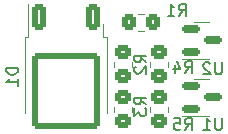
<source format=gbr>
%TF.GenerationSoftware,KiCad,Pcbnew,7.0.2*%
%TF.CreationDate,2023-09-29T19:18:40+02:00*%
%TF.ProjectId,crowbar,63726f77-6261-4722-9e6b-696361645f70,rev?*%
%TF.SameCoordinates,Original*%
%TF.FileFunction,Legend,Bot*%
%TF.FilePolarity,Positive*%
%FSLAX46Y46*%
G04 Gerber Fmt 4.6, Leading zero omitted, Abs format (unit mm)*
G04 Created by KiCad (PCBNEW 7.0.2) date 2023-09-29 19:18:40*
%MOMM*%
%LPD*%
G01*
G04 APERTURE LIST*
G04 Aperture macros list*
%AMRoundRect*
0 Rectangle with rounded corners*
0 $1 Rounding radius*
0 $2 $3 $4 $5 $6 $7 $8 $9 X,Y pos of 4 corners*
0 Add a 4 corners polygon primitive as box body*
4,1,4,$2,$3,$4,$5,$6,$7,$8,$9,$2,$3,0*
0 Add four circle primitives for the rounded corners*
1,1,$1+$1,$2,$3*
1,1,$1+$1,$4,$5*
1,1,$1+$1,$6,$7*
1,1,$1+$1,$8,$9*
0 Add four rect primitives between the rounded corners*
20,1,$1+$1,$2,$3,$4,$5,0*
20,1,$1+$1,$4,$5,$6,$7,0*
20,1,$1+$1,$6,$7,$8,$9,0*
20,1,$1+$1,$8,$9,$2,$3,0*%
G04 Aperture macros list end*
%ADD10C,0.150000*%
%ADD11C,0.120000*%
%ADD12RoundRect,0.150000X-0.587500X-0.150000X0.587500X-0.150000X0.587500X0.150000X-0.587500X0.150000X0*%
%ADD13RoundRect,0.250000X-0.450000X0.350000X-0.450000X-0.350000X0.450000X-0.350000X0.450000X0.350000X0*%
%ADD14RoundRect,0.250000X0.350000X0.450000X-0.350000X0.450000X-0.350000X-0.450000X0.350000X-0.450000X0*%
%ADD15R,1.700000X1.700000*%
%ADD16O,1.700000X1.700000*%
%ADD17RoundRect,0.250000X-0.350000X0.850000X-0.350000X-0.850000X0.350000X-0.850000X0.350000X0.850000X0*%
%ADD18RoundRect,0.249997X-2.650003X2.950003X-2.650003X-2.950003X2.650003X-2.950003X2.650003X2.950003X0*%
G04 APERTURE END LIST*
D10*
%TO.C,U2*%
X113283904Y-71966619D02*
X113283904Y-72776142D01*
X113283904Y-72776142D02*
X113236285Y-72871380D01*
X113236285Y-72871380D02*
X113188666Y-72919000D01*
X113188666Y-72919000D02*
X113093428Y-72966619D01*
X113093428Y-72966619D02*
X112902952Y-72966619D01*
X112902952Y-72966619D02*
X112807714Y-72919000D01*
X112807714Y-72919000D02*
X112760095Y-72871380D01*
X112760095Y-72871380D02*
X112712476Y-72776142D01*
X112712476Y-72776142D02*
X112712476Y-71966619D01*
X112283904Y-72061857D02*
X112236285Y-72014238D01*
X112236285Y-72014238D02*
X112141047Y-71966619D01*
X112141047Y-71966619D02*
X111902952Y-71966619D01*
X111902952Y-71966619D02*
X111807714Y-72014238D01*
X111807714Y-72014238D02*
X111760095Y-72061857D01*
X111760095Y-72061857D02*
X111712476Y-72157095D01*
X111712476Y-72157095D02*
X111712476Y-72252333D01*
X111712476Y-72252333D02*
X111760095Y-72395190D01*
X111760095Y-72395190D02*
X112331523Y-72966619D01*
X112331523Y-72966619D02*
X111712476Y-72966619D01*
%TO.C,U1*%
X113283904Y-76678619D02*
X113283904Y-77488142D01*
X113283904Y-77488142D02*
X113236285Y-77583380D01*
X113236285Y-77583380D02*
X113188666Y-77631000D01*
X113188666Y-77631000D02*
X113093428Y-77678619D01*
X113093428Y-77678619D02*
X112902952Y-77678619D01*
X112902952Y-77678619D02*
X112807714Y-77631000D01*
X112807714Y-77631000D02*
X112760095Y-77583380D01*
X112760095Y-77583380D02*
X112712476Y-77488142D01*
X112712476Y-77488142D02*
X112712476Y-76678619D01*
X111712476Y-77678619D02*
X112283904Y-77678619D01*
X111998190Y-77678619D02*
X111998190Y-76678619D01*
X111998190Y-76678619D02*
X112093428Y-76821476D01*
X112093428Y-76821476D02*
X112188666Y-76916714D01*
X112188666Y-76916714D02*
X112283904Y-76964333D01*
%TO.C,R5*%
X110148666Y-77678619D02*
X110481999Y-77202428D01*
X110720094Y-77678619D02*
X110720094Y-76678619D01*
X110720094Y-76678619D02*
X110339142Y-76678619D01*
X110339142Y-76678619D02*
X110243904Y-76726238D01*
X110243904Y-76726238D02*
X110196285Y-76773857D01*
X110196285Y-76773857D02*
X110148666Y-76869095D01*
X110148666Y-76869095D02*
X110148666Y-77011952D01*
X110148666Y-77011952D02*
X110196285Y-77107190D01*
X110196285Y-77107190D02*
X110243904Y-77154809D01*
X110243904Y-77154809D02*
X110339142Y-77202428D01*
X110339142Y-77202428D02*
X110720094Y-77202428D01*
X109243904Y-76678619D02*
X109720094Y-76678619D01*
X109720094Y-76678619D02*
X109767713Y-77154809D01*
X109767713Y-77154809D02*
X109720094Y-77107190D01*
X109720094Y-77107190D02*
X109624856Y-77059571D01*
X109624856Y-77059571D02*
X109386761Y-77059571D01*
X109386761Y-77059571D02*
X109291523Y-77107190D01*
X109291523Y-77107190D02*
X109243904Y-77154809D01*
X109243904Y-77154809D02*
X109196285Y-77250047D01*
X109196285Y-77250047D02*
X109196285Y-77488142D01*
X109196285Y-77488142D02*
X109243904Y-77583380D01*
X109243904Y-77583380D02*
X109291523Y-77631000D01*
X109291523Y-77631000D02*
X109386761Y-77678619D01*
X109386761Y-77678619D02*
X109624856Y-77678619D01*
X109624856Y-77678619D02*
X109720094Y-77631000D01*
X109720094Y-77631000D02*
X109767713Y-77583380D01*
%TO.C,R4*%
X110148666Y-72852619D02*
X110481999Y-72376428D01*
X110720094Y-72852619D02*
X110720094Y-71852619D01*
X110720094Y-71852619D02*
X110339142Y-71852619D01*
X110339142Y-71852619D02*
X110243904Y-71900238D01*
X110243904Y-71900238D02*
X110196285Y-71947857D01*
X110196285Y-71947857D02*
X110148666Y-72043095D01*
X110148666Y-72043095D02*
X110148666Y-72185952D01*
X110148666Y-72185952D02*
X110196285Y-72281190D01*
X110196285Y-72281190D02*
X110243904Y-72328809D01*
X110243904Y-72328809D02*
X110339142Y-72376428D01*
X110339142Y-72376428D02*
X110720094Y-72376428D01*
X109291523Y-72185952D02*
X109291523Y-72852619D01*
X109529618Y-71805000D02*
X109767713Y-72519285D01*
X109767713Y-72519285D02*
X109148666Y-72519285D01*
%TO.C,R3*%
X106888619Y-75525333D02*
X106412428Y-75192000D01*
X106888619Y-74953905D02*
X105888619Y-74953905D01*
X105888619Y-74953905D02*
X105888619Y-75334857D01*
X105888619Y-75334857D02*
X105936238Y-75430095D01*
X105936238Y-75430095D02*
X105983857Y-75477714D01*
X105983857Y-75477714D02*
X106079095Y-75525333D01*
X106079095Y-75525333D02*
X106221952Y-75525333D01*
X106221952Y-75525333D02*
X106317190Y-75477714D01*
X106317190Y-75477714D02*
X106364809Y-75430095D01*
X106364809Y-75430095D02*
X106412428Y-75334857D01*
X106412428Y-75334857D02*
X106412428Y-74953905D01*
X105888619Y-75858667D02*
X105888619Y-76477714D01*
X105888619Y-76477714D02*
X106269571Y-76144381D01*
X106269571Y-76144381D02*
X106269571Y-76287238D01*
X106269571Y-76287238D02*
X106317190Y-76382476D01*
X106317190Y-76382476D02*
X106364809Y-76430095D01*
X106364809Y-76430095D02*
X106460047Y-76477714D01*
X106460047Y-76477714D02*
X106698142Y-76477714D01*
X106698142Y-76477714D02*
X106793380Y-76430095D01*
X106793380Y-76430095D02*
X106841000Y-76382476D01*
X106841000Y-76382476D02*
X106888619Y-76287238D01*
X106888619Y-76287238D02*
X106888619Y-76001524D01*
X106888619Y-76001524D02*
X106841000Y-75906286D01*
X106841000Y-75906286D02*
X106793380Y-75858667D01*
%TO.C,R2*%
X106888619Y-71953333D02*
X106412428Y-71620000D01*
X106888619Y-71381905D02*
X105888619Y-71381905D01*
X105888619Y-71381905D02*
X105888619Y-71762857D01*
X105888619Y-71762857D02*
X105936238Y-71858095D01*
X105936238Y-71858095D02*
X105983857Y-71905714D01*
X105983857Y-71905714D02*
X106079095Y-71953333D01*
X106079095Y-71953333D02*
X106221952Y-71953333D01*
X106221952Y-71953333D02*
X106317190Y-71905714D01*
X106317190Y-71905714D02*
X106364809Y-71858095D01*
X106364809Y-71858095D02*
X106412428Y-71762857D01*
X106412428Y-71762857D02*
X106412428Y-71381905D01*
X105983857Y-72334286D02*
X105936238Y-72381905D01*
X105936238Y-72381905D02*
X105888619Y-72477143D01*
X105888619Y-72477143D02*
X105888619Y-72715238D01*
X105888619Y-72715238D02*
X105936238Y-72810476D01*
X105936238Y-72810476D02*
X105983857Y-72858095D01*
X105983857Y-72858095D02*
X106079095Y-72905714D01*
X106079095Y-72905714D02*
X106174333Y-72905714D01*
X106174333Y-72905714D02*
X106317190Y-72858095D01*
X106317190Y-72858095D02*
X106888619Y-72286667D01*
X106888619Y-72286667D02*
X106888619Y-72905714D01*
%TO.C,R1*%
X109640666Y-68026619D02*
X109973999Y-67550428D01*
X110212094Y-68026619D02*
X110212094Y-67026619D01*
X110212094Y-67026619D02*
X109831142Y-67026619D01*
X109831142Y-67026619D02*
X109735904Y-67074238D01*
X109735904Y-67074238D02*
X109688285Y-67121857D01*
X109688285Y-67121857D02*
X109640666Y-67217095D01*
X109640666Y-67217095D02*
X109640666Y-67359952D01*
X109640666Y-67359952D02*
X109688285Y-67455190D01*
X109688285Y-67455190D02*
X109735904Y-67502809D01*
X109735904Y-67502809D02*
X109831142Y-67550428D01*
X109831142Y-67550428D02*
X110212094Y-67550428D01*
X108688285Y-68026619D02*
X109259713Y-68026619D01*
X108973999Y-68026619D02*
X108973999Y-67026619D01*
X108973999Y-67026619D02*
X109069237Y-67169476D01*
X109069237Y-67169476D02*
X109164475Y-67264714D01*
X109164475Y-67264714D02*
X109259713Y-67312333D01*
%TO.C,D1*%
X96038619Y-72423905D02*
X95038619Y-72423905D01*
X95038619Y-72423905D02*
X95038619Y-72662000D01*
X95038619Y-72662000D02*
X95086238Y-72804857D01*
X95086238Y-72804857D02*
X95181476Y-72900095D01*
X95181476Y-72900095D02*
X95276714Y-72947714D01*
X95276714Y-72947714D02*
X95467190Y-72995333D01*
X95467190Y-72995333D02*
X95610047Y-72995333D01*
X95610047Y-72995333D02*
X95800523Y-72947714D01*
X95800523Y-72947714D02*
X95895761Y-72900095D01*
X95895761Y-72900095D02*
X95991000Y-72804857D01*
X95991000Y-72804857D02*
X96038619Y-72662000D01*
X96038619Y-72662000D02*
X96038619Y-72423905D01*
X96038619Y-73947714D02*
X96038619Y-73376286D01*
X96038619Y-73662000D02*
X95038619Y-73662000D01*
X95038619Y-73662000D02*
X95181476Y-73566762D01*
X95181476Y-73566762D02*
X95276714Y-73471524D01*
X95276714Y-73471524D02*
X95324333Y-73376286D01*
D11*
%TO.C,U2*%
X111584500Y-71664000D02*
X112234500Y-71664000D01*
X111584500Y-68544000D02*
X112234500Y-68544000D01*
X111584500Y-71664000D02*
X109909500Y-71664000D01*
X111584500Y-68544000D02*
X110934500Y-68544000D01*
%TO.C,U1*%
X111584500Y-76490000D02*
X112234500Y-76490000D01*
X111584500Y-73370000D02*
X112234500Y-73370000D01*
X111584500Y-76490000D02*
X109909500Y-76490000D01*
X111584500Y-73370000D02*
X110934500Y-73370000D01*
%TO.C,R5*%
X107215000Y-75702936D02*
X107215000Y-76157064D01*
X108685000Y-75702936D02*
X108685000Y-76157064D01*
%TO.C,R4*%
X107215000Y-71892936D02*
X107215000Y-72347064D01*
X108685000Y-71892936D02*
X108685000Y-72347064D01*
%TO.C,R3*%
X104167000Y-75702936D02*
X104167000Y-76157064D01*
X105637000Y-75702936D02*
X105637000Y-76157064D01*
%TO.C,R2*%
X104167000Y-71892936D02*
X104167000Y-72347064D01*
X105637000Y-71892936D02*
X105637000Y-72347064D01*
%TO.C,R1*%
X106669064Y-67845000D02*
X106214936Y-67845000D01*
X106669064Y-69315000D02*
X106214936Y-69315000D01*
%TO.C,D1*%
X96626000Y-76272000D02*
X96626000Y-69852000D01*
X96626000Y-69852000D02*
X96896000Y-69852000D01*
X96896000Y-69852000D02*
X96896000Y-67022000D01*
X103526000Y-76272000D02*
X103526000Y-69852000D01*
X103526000Y-69852000D02*
X103256000Y-69852000D01*
X103256000Y-69852000D02*
X103256000Y-68752000D01*
%TD*%
%LPC*%
D12*
%TO.C,U2*%
X110647000Y-71054000D03*
X110647000Y-69154000D03*
X112522000Y-70104000D03*
%TD*%
%TO.C,U1*%
X110647000Y-75880000D03*
X110647000Y-73980000D03*
X112522000Y-74930000D03*
%TD*%
D13*
%TO.C,R5*%
X107950000Y-74930000D03*
X107950000Y-76930000D03*
%TD*%
%TO.C,R4*%
X107950000Y-71120000D03*
X107950000Y-73120000D03*
%TD*%
%TO.C,R3*%
X104902000Y-74930000D03*
X104902000Y-76930000D03*
%TD*%
%TO.C,R2*%
X104902000Y-71120000D03*
X104902000Y-73120000D03*
%TD*%
D14*
%TO.C,R1*%
X107442000Y-68580000D03*
X105442000Y-68580000D03*
%TD*%
D15*
%TO.C,J1*%
X93980000Y-68580000D03*
D16*
X93980000Y-71120000D03*
X93980000Y-73660000D03*
X93980000Y-76200000D03*
%TD*%
D17*
%TO.C,D1*%
X97796000Y-68122000D03*
X102356000Y-68122000D03*
D18*
X100076000Y-74422000D03*
%TD*%
%LPD*%
M02*

</source>
